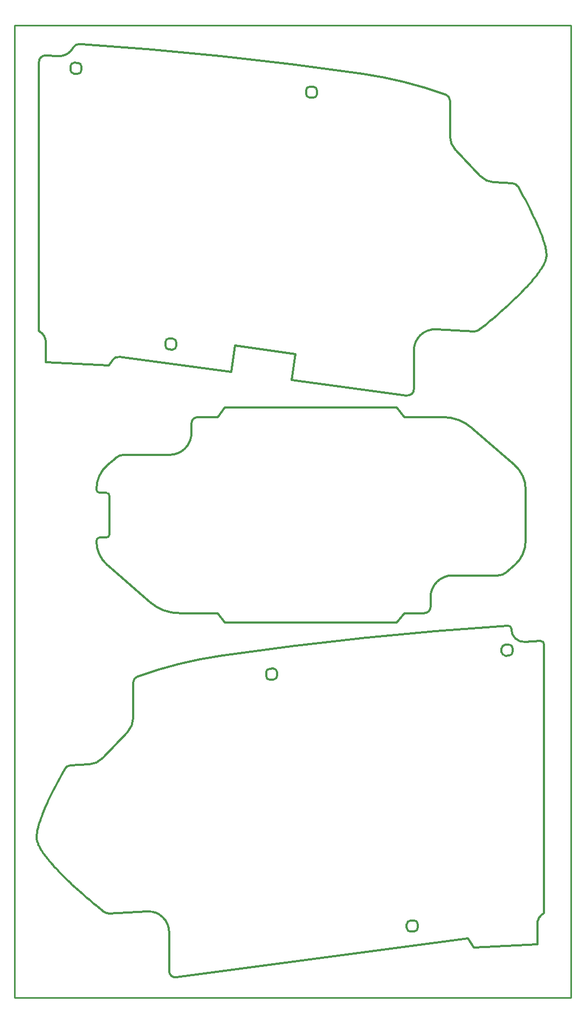
<source format=gko>
G04 Layer_Color=16711935*
%FSLAX44Y44*%
%MOMM*%
G71*
G01*
G75*
%ADD26C,0.3000*%
%ADD93C,0.2540*%
D26*
X687270Y663530D02*
G03*
X653020Y629280I0J-34250D01*
G01*
X128270Y717466D02*
G03*
X145467Y679731I50000J0D01*
G01*
Y836829D02*
G03*
X128270Y799094I32803J-37736D01*
G01*
X171581Y853030D02*
G03*
X158460Y848124I0J-20000D01*
G01*
X243270Y853030D02*
G03*
X277520Y887280I0J34250D01*
G01*
X802270Y799094D02*
G03*
X785073Y836829I-50000J0D01*
G01*
Y679731D02*
G03*
X802270Y717466I-32803J37736D01*
G01*
X758958Y663530D02*
G03*
X772079Y668436I0J20000D01*
G01*
X212511Y621450D02*
G03*
X258435Y604280I45924J52830D01*
G01*
X718029Y895110D02*
G03*
X672105Y912280I-45924J-52830D01*
G01*
X287520D02*
G03*
X277520Y902280I0J-10000D01*
G01*
X643020Y604280D02*
G03*
X653020Y614280I0J10000D01*
G01*
X128270Y798545D02*
G03*
X133270Y793545I5000J0D01*
G01*
Y723015D02*
G03*
X128270Y718015I0J-5000D01*
G01*
X148770Y788545D02*
G03*
X143770Y793545I-5000J0D01*
G01*
Y723015D02*
G03*
X148770Y728015I0J5000D01*
G01*
X687270Y663530D02*
X758958D01*
X600270Y589280D02*
X611865Y604280D01*
X567770Y589280D02*
X600270D01*
X458270D02*
X567770D01*
X362770D02*
X458270D01*
X330270D02*
X362770D01*
X318675Y604280D02*
X330270Y589280D01*
X145467Y836829D02*
X158460Y848124D01*
X171581Y853030D02*
X243270D01*
X330270Y927280D02*
X465270D01*
X600270D01*
X611865Y912280D01*
X802270Y758280D02*
Y799094D01*
Y717466D02*
Y758280D01*
X772079Y668436D02*
X785073Y679731D01*
X258435Y604280D02*
X318675D01*
X145467Y679731D02*
X212511Y621450D01*
X611865Y912280D02*
X672105D01*
X718029Y895110D02*
X785073Y836829D01*
X277520Y887280D02*
Y902280D01*
X653020Y614280D02*
Y629280D01*
X611865Y604280D02*
X643020D01*
X128270Y798545D02*
Y799094D01*
Y717466D02*
Y718015D01*
X148770Y758280D02*
Y788545D01*
X133270Y793545D02*
X143770D01*
X133270Y723015D02*
X143770D01*
X148770Y728015D02*
Y758280D01*
X287520Y912280D02*
X318675D01*
X330270Y927280D01*
X474705Y1425161D02*
G03*
X469015Y1431153I-6000J0D01*
G01*
X468396Y1413879D02*
G03*
X474705Y1419871I310J5992D01*
G01*
X457375Y1420147D02*
G03*
X463065Y1414155I6000J0D01*
G01*
X247469Y1018239D02*
G03*
X253779Y1024230I310J5992D01*
G01*
X236448Y1024506D02*
G03*
X242138Y1018514I6000J0D01*
G01*
X242758Y1035788D02*
G03*
X236448Y1029796I-310J-5992D01*
G01*
X253779Y1029520D02*
G03*
X248089Y1035512I-6000J0D01*
G01*
X98472Y1451493D02*
G03*
X104782Y1457485I310J5992D01*
G01*
X87451Y1457761D02*
G03*
X93141Y1451769I6000J0D01*
G01*
X93761Y1469043D02*
G03*
X87451Y1463051I-310J-5992D01*
G01*
X104782Y1462775D02*
G03*
X99091Y1468767I-6000J0D01*
G01*
X731340Y1290779D02*
G03*
X752851Y1280900I23164J22078D01*
G01*
X661600Y1050087D02*
G03*
X626895Y1017131I-1704J-32956D01*
G01*
X48839Y1029549D02*
G03*
X38100Y1047276I-20000J0D01*
G01*
X48616Y1480286D02*
G03*
X38100Y1470299I-516J-9987D01*
G01*
X722179Y1046954D02*
G03*
X728899Y1049098I516J9987D01*
G01*
X615570Y946238D02*
G03*
X626895Y956150I1326J9912D01*
G01*
X790247Y1274383D02*
G03*
X782093Y1279388I-8671J-4981D01*
G01*
X676787Y1418848D02*
G03*
X545317Y1451658I-228558J-636025D01*
G01*
X683412Y1409439D02*
G03*
X676789Y1418852I-10000J0D01*
G01*
X545316Y1451651D02*
G03*
X101477Y1498281I-819147J-5661244D01*
G01*
X68367Y1479264D02*
G03*
X91918Y1492851I1291J24967D01*
G01*
X101477Y1498278D02*
G03*
X91918Y1492851I-655J-9979D01*
G01*
X683412Y1353872D02*
G03*
X692248Y1331794I32000J0D01*
G01*
X463684Y1431429D02*
G03*
X457375Y1425437I-310J-5992D01*
G01*
X163659Y1006672D02*
G03*
X153943Y1002200I-1326J-9912D01*
G01*
X463685Y1431429D02*
X469015Y1431153D01*
X474705Y1419871D02*
Y1425161D01*
X463065Y1414155D02*
X468396Y1413879D01*
X253779Y1024230D02*
Y1029520D01*
X242138Y1018514D02*
X247469Y1018239D01*
X236448Y1024506D02*
Y1029796D01*
X242758Y1035788D02*
X248089Y1035512D01*
X104782Y1457485D02*
Y1462775D01*
X93141Y1451769D02*
X98472Y1451493D01*
X87451Y1457761D02*
Y1463051D01*
X93761Y1469043D02*
X99091Y1468767D01*
X48839Y998242D02*
X148049Y993111D01*
X48839Y998242D02*
Y1029549D01*
X38100Y1047276D02*
Y1470299D01*
X48616Y1480286D02*
X68367Y1479264D01*
X728899Y1049098D02*
X734396Y1053445D01*
X661600Y1050087D02*
X722179Y1046954D01*
X626895Y956150D02*
Y1017131D01*
X734396Y1053445D02*
X740144Y1058040D01*
X745821Y1062678D01*
X751445Y1067373D01*
X757027Y1072132D01*
X762573Y1076960D01*
X768376Y1082121D01*
X774140Y1087361D01*
X779856Y1092674D01*
X782780Y1095440D01*
X785685Y1098223D01*
X788395Y1100853D01*
X791084Y1103495D01*
X795651Y1108071D01*
X800134Y1112681D01*
X802352Y1115013D01*
X804544Y1117355D01*
X806683Y1119680D01*
X808791Y1122015D01*
X812060Y1125734D01*
X813658Y1127601D01*
X815229Y1129472D01*
X816770Y1131347D01*
X818277Y1133223D01*
X819747Y1135099D01*
X821175Y1136970D01*
X823391Y1139991D01*
X824451Y1141496D01*
X825470Y1142986D01*
X826430Y1144435D01*
X827346Y1145864D01*
X828721Y1148120D01*
X829965Y1150304D01*
X831072Y1152407D01*
X832036Y1154417D01*
X832855Y1156325D01*
X833478Y1157980D01*
X833982Y1159548D01*
X834377Y1161054D01*
X834670Y1162531D01*
X834825Y1163611D01*
X834933Y1164708D01*
X834995Y1165838D01*
X835012Y1167012D01*
X834957Y1168826D02*
X835012Y1167012D01*
X834806Y1170772D02*
X834957Y1168826D01*
X834557Y1172858D02*
X834806Y1170772D01*
X834229Y1174954D02*
X834557Y1172858D01*
X833812Y1177162D02*
X834229Y1174954D01*
X833308Y1179470D02*
X833812Y1177162D01*
X832723Y1181861D02*
X833308Y1179470D01*
X832276Y1183545D02*
X832723Y1181861D01*
X831794Y1185259D02*
X832276Y1183545D01*
X831248Y1187105D02*
X831794Y1185259D01*
X830668Y1188975D02*
X831248Y1187105D01*
X829449Y1192668D02*
X830668Y1188975D01*
X828192Y1196235D02*
X829449Y1192668D01*
X826850Y1199840D02*
X828192Y1196235D01*
X825434Y1203475D02*
X826850Y1199840D01*
X823951Y1207133D02*
X825434Y1203475D01*
X822121Y1211483D02*
X823951Y1207133D01*
X820216Y1215854D02*
X822121Y1211483D01*
X818246Y1220240D02*
X820216Y1215854D01*
X816808Y1223366D02*
X818246Y1220240D01*
X815344Y1226494D02*
X816808Y1223366D01*
X813692Y1229963D02*
X815344Y1226494D01*
X812012Y1233430D02*
X813692Y1229963D01*
X808751Y1240012D02*
X812012Y1233430D01*
X805412Y1246564D02*
X808751Y1240012D01*
X802005Y1253078D02*
X805412Y1246564D01*
X798947Y1258788D02*
X802005Y1253078D01*
X795842Y1264462D02*
X798947Y1258788D01*
X792687Y1270102D02*
X795842Y1264462D01*
X790247Y1274383D02*
X792687Y1270102D01*
X752851Y1280900D02*
X782093Y1279388D01*
X683412Y1353872D02*
Y1409439D01*
X434937Y970394D02*
X615570Y946238D01*
X692248Y1331794D02*
X731340Y1290779D01*
X457375Y1420147D02*
Y1425437D01*
X340044Y983084D02*
X345735Y1024708D01*
X434937Y970394D02*
X440537Y1011352D01*
X345735Y1024708D02*
X440537Y1011352D01*
X163659Y1006672D02*
X340044Y983084D01*
X148049Y993111D02*
X153943Y1002200D01*
X615609Y110026D02*
G03*
X621919Y104034I6000J0D01*
G01*
X621299Y121308D02*
G03*
X615609Y115316I310J-5992D01*
G01*
X632939Y115591D02*
G03*
X626630Y121583I-6000J0D01*
G01*
X627249Y104310D02*
G03*
X632939Y110302I-310J5992D01*
G01*
X831287Y555416D02*
G03*
X826029Y560409I-5000J0D01*
G01*
X779909Y579518D02*
G03*
X774587Y584508I-5000J0D01*
G01*
X774587Y584511D02*
G03*
X324072Y537446I368530J-5707399D01*
G01*
X779909Y579085D02*
G03*
X800942Y559112I20000J0D01*
G01*
X831287Y133071D02*
G03*
X820548Y115344I9261J-17727D01*
G01*
X781937Y548847D02*
G03*
X777562Y554622I-6000J0D01*
G01*
D02*
G03*
X775627Y554838I-1626J-5776D01*
G01*
X406323Y499950D02*
G03*
X412013Y505942I-310J5992D01*
G01*
X394682Y505666D02*
G03*
X400992Y499674I6000J0D01*
G01*
X400372Y516948D02*
G03*
X394682Y510956I310J-5992D01*
G01*
X412013Y511232D02*
G03*
X405703Y517224I-6000J0D01*
G01*
X764606Y543281D02*
G03*
X770916Y537289I6000J0D01*
G01*
X770296Y554563D02*
G03*
X764606Y548571I310J-5992D01*
G01*
X776246Y537564D02*
G03*
X781937Y543556I-310J5992D01*
G01*
X324074Y537454D02*
G03*
X192601Y504643I97084J-668836D01*
G01*
X192599Y504647D02*
G03*
X185976Y495234I3377J-9413D01*
G01*
X177139Y417589D02*
G03*
X185976Y439667I-23164J22078D01*
G01*
X116536Y366696D02*
G03*
X138047Y376575I-1653J31957D01*
G01*
X87295Y365183D02*
G03*
X79140Y360178I516J-9987D01*
G01*
X140488Y134893D02*
G03*
X147208Y132750I6203J7843D01*
G01*
X242492Y102927D02*
G03*
X207788Y135883I-33000J0D01*
G01*
X242492Y41945D02*
G03*
X253817Y32034I10000J0D01*
G01*
X621918Y104034D02*
X627249Y104310D01*
X615609Y110026D02*
Y115316D01*
X621299Y121308D02*
X626630Y121583D01*
X632939Y110302D02*
Y115591D01*
X800942Y559112D02*
X826029Y560409D01*
X831287Y133071D02*
Y555416D01*
X779909Y579085D02*
Y579518D01*
X400992Y499674D02*
X406323Y499950D01*
X820548Y84037D02*
Y115344D01*
X394682Y505666D02*
Y510956D01*
X400372Y516948D02*
X405703Y517224D01*
X412013Y505942D02*
Y511232D01*
X770916Y537289D02*
X776246Y537564D01*
X764606Y543281D02*
Y548571D01*
X770296Y554563D02*
X775627Y554838D01*
X781936Y543556D02*
Y548847D01*
X185976Y439667D02*
Y495234D01*
X138047Y376575D02*
X177139Y417589D01*
X87295Y365183D02*
X116536Y366696D01*
X76700Y355897D02*
X79140Y360178D01*
X73546Y350257D02*
X76700Y355897D01*
X70440Y344583D02*
X73546Y350257D01*
X67382Y338873D02*
X70440Y344583D01*
X63976Y332360D02*
X67382Y338873D01*
X60637Y325807D02*
X63976Y332360D01*
X57375Y319226D02*
X60637Y325807D01*
X55695Y315758D02*
X57375Y319226D01*
X54043Y312289D02*
X55695Y315758D01*
X52579Y309161D02*
X54043Y312289D01*
X51142Y306036D02*
X52579Y309161D01*
X49171Y301649D02*
X51142Y306036D01*
X47266Y297278D02*
X49171Y301649D01*
X45436Y292928D02*
X47266Y297278D01*
X43953Y289270D02*
X45436Y292928D01*
X42537Y285636D02*
X43953Y289270D01*
X41196Y282030D02*
X42537Y285636D01*
X39938Y278463D02*
X41196Y282030D01*
X38720Y274771D02*
X39938Y278463D01*
X38139Y272900D02*
X38720Y274771D01*
X37593Y271055D02*
X38139Y272900D01*
X37112Y269341D02*
X37593Y271055D01*
X36665Y267656D02*
X37112Y269341D01*
X36079Y265265D02*
X36665Y267656D01*
X35575Y262957D02*
X36079Y265265D01*
X35158Y260749D02*
X35575Y262957D01*
X34831Y258653D02*
X35158Y260749D01*
X34581Y256567D02*
X34831Y258653D01*
X34430Y254621D02*
X34581Y256567D01*
X34376Y252808D02*
X34430Y254621D01*
X34376Y252808D02*
X34393Y251633D01*
X34455Y250503D01*
X34562Y249406D01*
X34717Y248326D01*
X35010Y246850D01*
X35405Y245343D01*
X35909Y243775D01*
X36533Y242120D01*
X37351Y240213D01*
X38316Y238202D01*
X39422Y236100D01*
X40667Y233915D01*
X42042Y231660D01*
X42957Y230231D01*
X43917Y228781D01*
X44936Y227292D01*
X45996Y225787D01*
X48213Y222766D01*
X49640Y220895D01*
X51110Y219019D01*
X52618Y217142D01*
X54158Y215268D01*
X55729Y213396D01*
X57327Y211529D01*
X60597Y207810D01*
X62705Y205475D01*
X64843Y203150D01*
X67035Y200808D01*
X69253Y198476D01*
X73736Y193866D01*
X78304Y189291D01*
X80992Y186648D01*
X83702Y184018D01*
X86608Y181235D01*
X89532Y178469D01*
X95247Y173156D01*
X101011Y167917D01*
X106814Y162756D01*
X112361Y157927D01*
X117942Y153168D01*
X123566Y148474D01*
X129244Y143835D01*
X134991Y139241D01*
X140488Y134893D01*
X147208Y132750D02*
X207788Y135882D01*
X242492Y41945D02*
Y102927D01*
X253817Y32034D02*
X712001Y93306D01*
X721338Y78906D01*
X820548Y84037D01*
D93*
X0Y0D02*
X873760D01*
Y1527810D01*
X0D02*
X873760D01*
X0Y0D02*
Y1527810D01*
M02*

</source>
